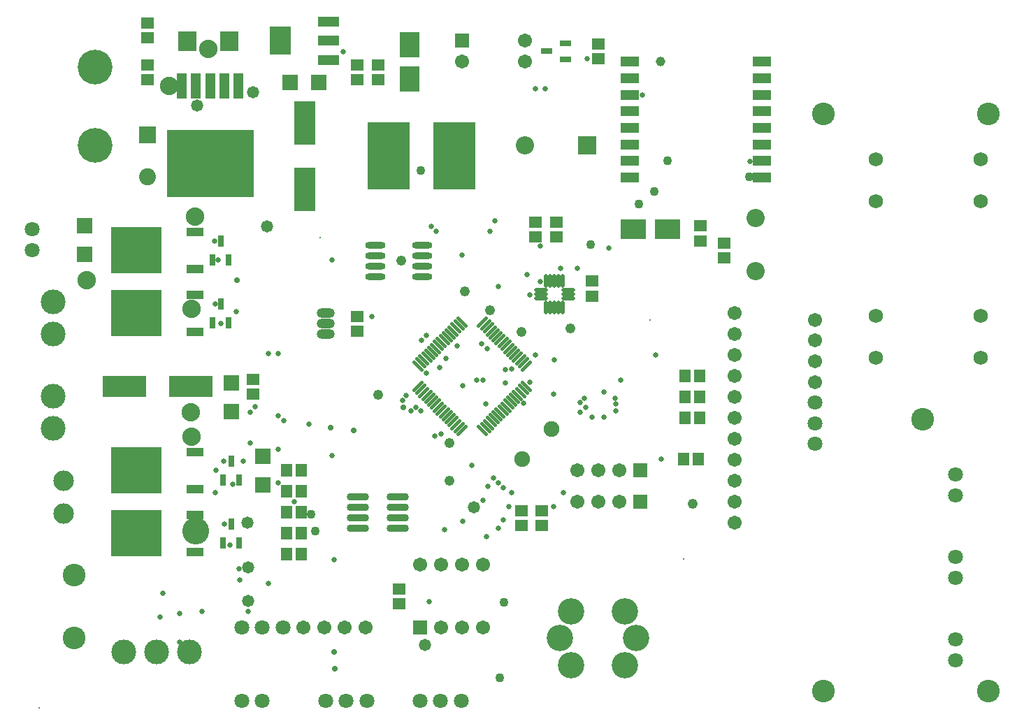
<source format=gts>
%FSLAX25Y25*%
%MOIN*%
G70*
G01*
G75*
G04 Layer_Color=8388736*
%ADD10R,0.07874X0.03937*%
%ADD11R,0.04724X0.05512*%
G04:AMPARAMS|DCode=12|XSize=9.84mil|YSize=61.02mil|CornerRadius=0mil|HoleSize=0mil|Usage=FLASHONLY|Rotation=225.000|XOffset=0mil|YOffset=0mil|HoleType=Round|Shape=Round|*
%AMOVALD12*
21,1,0.05118,0.00984,0.00000,0.00000,315.0*
1,1,0.00984,-0.01810,0.01810*
1,1,0.00984,0.01810,-0.01810*
%
%ADD12OVALD12*%

G04:AMPARAMS|DCode=13|XSize=9.84mil|YSize=61.02mil|CornerRadius=0mil|HoleSize=0mil|Usage=FLASHONLY|Rotation=135.000|XOffset=0mil|YOffset=0mil|HoleType=Round|Shape=Round|*
%AMOVALD13*
21,1,0.05118,0.00984,0.00000,0.00000,225.0*
1,1,0.00984,0.01810,0.01810*
1,1,0.00984,-0.01810,-0.01810*
%
%ADD13OVALD13*%

%ADD14R,0.09449X0.03937*%
%ADD15R,0.09449X0.12992*%
%ADD16R,0.07087X0.03543*%
%ADD17R,0.23228X0.21654*%
%ADD18R,0.06693X0.06693*%
%ADD19R,0.20276X0.09252*%
%ADD20R,0.07992X0.08976*%
G04:AMPARAMS|DCode=21|XSize=11.81mil|YSize=59.06mil|CornerRadius=2.95mil|HoleSize=0mil|Usage=FLASHONLY|Rotation=0.000|XOffset=0mil|YOffset=0mil|HoleType=Round|Shape=RoundedRectangle|*
%AMROUNDEDRECTD21*
21,1,0.01181,0.05315,0,0,0.0*
21,1,0.00591,0.05906,0,0,0.0*
1,1,0.00591,0.00295,-0.02658*
1,1,0.00591,-0.00295,-0.02658*
1,1,0.00591,-0.00295,0.02658*
1,1,0.00591,0.00295,0.02658*
%
%ADD21ROUNDEDRECTD21*%
G04:AMPARAMS|DCode=22|XSize=11.81mil|YSize=59.06mil|CornerRadius=2.95mil|HoleSize=0mil|Usage=FLASHONLY|Rotation=90.000|XOffset=0mil|YOffset=0mil|HoleType=Round|Shape=RoundedRectangle|*
%AMROUNDEDRECTD22*
21,1,0.01181,0.05315,0,0,90.0*
21,1,0.00591,0.05906,0,0,90.0*
1,1,0.00591,0.02658,0.00295*
1,1,0.00591,0.02658,-0.00295*
1,1,0.00591,-0.02658,-0.00295*
1,1,0.00591,-0.02658,0.00295*
%
%ADD22ROUNDEDRECTD22*%
%ADD23R,0.03937X0.11417*%
%ADD24R,0.40945X0.31496*%
%ADD25R,0.05512X0.04724*%
%ADD26O,0.09843X0.02756*%
%ADD27O,0.08858X0.02362*%
%ADD28R,0.02362X0.04528*%
%ADD29R,0.08465X0.11221*%
%ADD30R,0.04528X0.02362*%
%ADD31R,0.06693X0.06693*%
%ADD32R,0.09252X0.20276*%
%ADD33R,0.11221X0.08465*%
%ADD34R,0.19685X0.31496*%
%ADD35C,0.02000*%
%ADD36C,0.02500*%
%ADD37C,0.01000*%
%ADD38C,0.01500*%
%ADD39C,0.10000*%
%ADD40C,0.05000*%
%ADD41C,0.06299*%
%ADD42C,0.05906*%
%ADD43C,0.06000*%
%ADD44C,0.10000*%
%ADD45C,0.06693*%
%ADD46C,0.09000*%
%ADD47C,0.11000*%
%ADD48C,0.15748*%
%ADD49C,0.11811*%
%ADD50R,0.05906X0.05906*%
%ADD51C,0.07874*%
%ADD52R,0.05906X0.05906*%
%ADD53O,0.07874X0.03937*%
%ADD54O,0.07874X0.03937*%
%ADD55R,0.07874X0.07874*%
%ADD56R,0.07284X0.07284*%
%ADD57C,0.07284*%
%ADD58C,0.00100*%
%ADD59C,0.05000*%
%ADD60C,0.01800*%
%ADD61C,0.02000*%
%ADD62C,0.08000*%
%ADD63C,0.03800*%
%ADD64C,0.03500*%
%ADD65C,0.04000*%
%ADD66C,0.12000*%
%ADD67C,0.00500*%
%ADD68C,0.00984*%
%ADD69C,0.02362*%
%ADD70C,0.00787*%
%ADD71C,0.00800*%
%ADD72R,0.08674X0.04737*%
%ADD73R,0.05524X0.06312*%
G04:AMPARAMS|DCode=74|XSize=17.84mil|YSize=69.02mil|CornerRadius=0mil|HoleSize=0mil|Usage=FLASHONLY|Rotation=225.000|XOffset=0mil|YOffset=0mil|HoleType=Round|Shape=Round|*
%AMOVALD74*
21,1,0.05118,0.01784,0.00000,0.00000,315.0*
1,1,0.01784,-0.01810,0.01810*
1,1,0.01784,0.01810,-0.01810*
%
%ADD74OVALD74*%

G04:AMPARAMS|DCode=75|XSize=17.84mil|YSize=69.02mil|CornerRadius=0mil|HoleSize=0mil|Usage=FLASHONLY|Rotation=135.000|XOffset=0mil|YOffset=0mil|HoleType=Round|Shape=Round|*
%AMOVALD75*
21,1,0.05118,0.01784,0.00000,0.00000,225.0*
1,1,0.01784,0.01810,0.01810*
1,1,0.01784,-0.01810,-0.01810*
%
%ADD75OVALD75*%

%ADD76R,0.10249X0.04737*%
%ADD77R,0.10249X0.13792*%
%ADD78R,0.07887X0.04343*%
%ADD79R,0.24028X0.22453*%
%ADD80R,0.07493X0.07493*%
%ADD81R,0.21076X0.10052*%
%ADD82R,0.08792X0.09776*%
G04:AMPARAMS|DCode=83|XSize=19.81mil|YSize=67.06mil|CornerRadius=6.95mil|HoleSize=0mil|Usage=FLASHONLY|Rotation=0.000|XOffset=0mil|YOffset=0mil|HoleType=Round|Shape=RoundedRectangle|*
%AMROUNDEDRECTD83*
21,1,0.01981,0.05315,0,0,0.0*
21,1,0.00591,0.06706,0,0,0.0*
1,1,0.01391,0.00295,-0.02658*
1,1,0.01391,-0.00295,-0.02658*
1,1,0.01391,-0.00295,0.02658*
1,1,0.01391,0.00295,0.02658*
%
%ADD83ROUNDEDRECTD83*%
G04:AMPARAMS|DCode=84|XSize=19.81mil|YSize=67.06mil|CornerRadius=6.95mil|HoleSize=0mil|Usage=FLASHONLY|Rotation=90.000|XOffset=0mil|YOffset=0mil|HoleType=Round|Shape=RoundedRectangle|*
%AMROUNDEDRECTD84*
21,1,0.01981,0.05315,0,0,90.0*
21,1,0.00591,0.06706,0,0,90.0*
1,1,0.01391,0.02658,0.00295*
1,1,0.01391,0.02658,-0.00295*
1,1,0.01391,-0.02658,-0.00295*
1,1,0.01391,-0.02658,0.00295*
%
%ADD84ROUNDEDRECTD84*%
%ADD85R,0.04737X0.12217*%
%ADD86R,0.41745X0.32296*%
%ADD87R,0.06312X0.05524*%
%ADD88O,0.10642X0.03556*%
%ADD89O,0.09658X0.03162*%
%ADD90R,0.03162X0.05328*%
%ADD91R,0.09265X0.12020*%
%ADD92R,0.05328X0.03162*%
%ADD93R,0.07493X0.07493*%
%ADD94R,0.10052X0.21076*%
%ADD95R,0.12020X0.09265*%
%ADD96R,0.20485X0.32296*%
%ADD97C,0.07099*%
%ADD98C,0.06706*%
%ADD99C,0.06800*%
%ADD100C,0.10800*%
%ADD101C,0.07493*%
%ADD102C,0.09800*%
%ADD103C,0.11800*%
%ADD104C,0.16548*%
%ADD105C,0.12611*%
%ADD106R,0.06706X0.06706*%
%ADD107C,0.08674*%
%ADD108R,0.06706X0.06706*%
%ADD109O,0.08674X0.04737*%
%ADD110O,0.08674X0.04737*%
%ADD111R,0.08674X0.08674*%
%ADD112R,0.08083X0.08083*%
%ADD113C,0.08083*%
%ADD114C,0.00900*%
%ADD115C,0.00800*%
%ADD116C,0.05800*%
%ADD117C,0.02600*%
%ADD118C,0.02800*%
%ADD119C,0.08800*%
%ADD120C,0.04600*%
%ADD121C,0.04300*%
%ADD122C,0.04800*%
%ADD123C,0.12800*%
D72*
X305000Y320000D02*
D03*
Y312126D02*
D03*
Y304252D02*
D03*
Y296378D02*
D03*
Y288504D02*
D03*
Y280630D02*
D03*
Y272756D02*
D03*
Y264882D02*
D03*
X367992D02*
D03*
Y272756D02*
D03*
Y280630D02*
D03*
Y288504D02*
D03*
Y296378D02*
D03*
Y304252D02*
D03*
Y312126D02*
D03*
Y320000D02*
D03*
D73*
X338543Y170000D02*
D03*
X331457D02*
D03*
X338543Y160000D02*
D03*
X331457D02*
D03*
X337943Y130400D02*
D03*
X330857D02*
D03*
X338543Y150000D02*
D03*
X331457D02*
D03*
X141457Y85000D02*
D03*
X148543D02*
D03*
X148543Y95000D02*
D03*
X141457D02*
D03*
X148543Y105000D02*
D03*
X141457D02*
D03*
X141457Y115000D02*
D03*
X148543D02*
D03*
X148543Y125000D02*
D03*
X141457D02*
D03*
D74*
X234941Y144179D02*
D03*
X236333Y145571D02*
D03*
X237725Y146963D02*
D03*
X239117Y148355D02*
D03*
X240509Y149747D02*
D03*
X241901Y151139D02*
D03*
X243293Y152531D02*
D03*
X244685Y153923D02*
D03*
X246077Y155315D02*
D03*
X247469Y156707D02*
D03*
X248861Y158099D02*
D03*
X250253Y159491D02*
D03*
X251645Y160883D02*
D03*
X253037Y162275D02*
D03*
X254429Y163667D02*
D03*
X255820Y165059D02*
D03*
X225059Y195820D02*
D03*
X223667Y194429D02*
D03*
X222275Y193037D02*
D03*
X220883Y191645D02*
D03*
X219491Y190253D02*
D03*
X218099Y188861D02*
D03*
X216707Y187469D02*
D03*
X215315Y186077D02*
D03*
X213923Y184685D02*
D03*
X212531Y183293D02*
D03*
X211139Y181901D02*
D03*
X209747Y180509D02*
D03*
X208355Y179117D02*
D03*
X206963Y177725D02*
D03*
X205571Y176333D02*
D03*
X204180Y174941D02*
D03*
D75*
X255820D02*
D03*
X254429Y176333D02*
D03*
X253037Y177725D02*
D03*
X251645Y179117D02*
D03*
X250253Y180509D02*
D03*
X248861Y181901D02*
D03*
X247469Y183293D02*
D03*
X246077Y184685D02*
D03*
X244685Y186077D02*
D03*
X243293Y187469D02*
D03*
X241901Y188861D02*
D03*
X240509Y190253D02*
D03*
X239117Y191645D02*
D03*
X237725Y193037D02*
D03*
X236333Y194429D02*
D03*
X234941Y195820D02*
D03*
X204180Y165059D02*
D03*
X205571Y163667D02*
D03*
X206963Y162275D02*
D03*
X208355Y160883D02*
D03*
X209747Y159491D02*
D03*
X211139Y158099D02*
D03*
X212531Y156707D02*
D03*
X213923Y155315D02*
D03*
X215315Y153923D02*
D03*
X216707Y152531D02*
D03*
X218099Y151139D02*
D03*
X219491Y149747D02*
D03*
X220883Y148355D02*
D03*
X222275Y146963D02*
D03*
X223667Y145571D02*
D03*
X225059Y144179D02*
D03*
D76*
X161417Y320945D02*
D03*
Y330000D02*
D03*
Y339055D02*
D03*
D77*
X138583Y330000D02*
D03*
D78*
X97913Y86024D02*
D03*
Y103976D02*
D03*
Y116024D02*
D03*
Y133976D02*
D03*
Y221024D02*
D03*
Y238976D02*
D03*
Y191024D02*
D03*
Y208976D02*
D03*
D79*
X69961Y95000D02*
D03*
Y125000D02*
D03*
Y230000D02*
D03*
Y200000D02*
D03*
D80*
X45000Y241850D02*
D03*
Y228150D02*
D03*
X130000Y131850D02*
D03*
Y118150D02*
D03*
X115000Y153150D02*
D03*
Y166850D02*
D03*
D81*
X64252Y165000D02*
D03*
X95748D02*
D03*
D82*
X114094Y329921D02*
D03*
X94095D02*
D03*
D83*
X265158Y202795D02*
D03*
X273031D02*
D03*
X271063D02*
D03*
X269094D02*
D03*
X267126D02*
D03*
X273031Y215394D02*
D03*
X271063D02*
D03*
X269094D02*
D03*
X265158D02*
D03*
X267126D02*
D03*
D84*
X275787Y207126D02*
D03*
Y211063D02*
D03*
Y209095D02*
D03*
X262795Y207126D02*
D03*
Y209095D02*
D03*
Y211063D02*
D03*
D85*
X118386Y308425D02*
D03*
X111693D02*
D03*
X105000D02*
D03*
X98307D02*
D03*
X91614D02*
D03*
D86*
X105000Y271614D02*
D03*
D87*
X263200Y105943D02*
D03*
Y98857D02*
D03*
X253600Y105943D02*
D03*
Y98857D02*
D03*
X350000Y226457D02*
D03*
Y233543D02*
D03*
X195000Y68543D02*
D03*
Y61457D02*
D03*
X338976Y241732D02*
D03*
Y234646D02*
D03*
X175000Y191457D02*
D03*
Y198543D02*
D03*
X287008Y208268D02*
D03*
Y215354D02*
D03*
X185000Y318543D02*
D03*
Y311457D02*
D03*
X260000Y236457D02*
D03*
Y243543D02*
D03*
X270000Y236457D02*
D03*
Y243543D02*
D03*
X290000Y328543D02*
D03*
Y321457D02*
D03*
X75000Y318543D02*
D03*
Y311457D02*
D03*
X175000Y311457D02*
D03*
Y318543D02*
D03*
X75000Y331457D02*
D03*
Y338543D02*
D03*
X125591Y161417D02*
D03*
Y168504D02*
D03*
D88*
X175354Y112500D02*
D03*
Y107500D02*
D03*
Y102500D02*
D03*
Y97500D02*
D03*
X194646Y112500D02*
D03*
Y107500D02*
D03*
Y102500D02*
D03*
Y97500D02*
D03*
D89*
X183780Y232500D02*
D03*
Y227500D02*
D03*
Y222500D02*
D03*
Y217500D02*
D03*
X206221Y232500D02*
D03*
Y227500D02*
D03*
Y222500D02*
D03*
Y217500D02*
D03*
D90*
X111260Y120571D02*
D03*
X118740D02*
D03*
X115000Y129429D02*
D03*
X106260Y225571D02*
D03*
X113740D02*
D03*
X110000Y234429D02*
D03*
X111260Y90571D02*
D03*
X118740D02*
D03*
X115000Y99429D02*
D03*
X106260Y195571D02*
D03*
X113740D02*
D03*
X110000Y204429D02*
D03*
D91*
X200000Y311732D02*
D03*
Y328268D02*
D03*
D92*
X274429Y321260D02*
D03*
Y328740D02*
D03*
X265571Y325000D02*
D03*
D93*
X143150Y310000D02*
D03*
X156850D02*
D03*
D94*
X150000Y259252D02*
D03*
Y290748D02*
D03*
D95*
X306732Y240000D02*
D03*
X323268D02*
D03*
D96*
X190000Y275000D02*
D03*
X221496D02*
D03*
D97*
X460567Y34370D02*
D03*
Y44370D02*
D03*
X460567Y73740D02*
D03*
Y83740D02*
D03*
Y113110D02*
D03*
Y123110D02*
D03*
X393638Y157480D02*
D03*
Y147638D02*
D03*
Y137795D02*
D03*
X20000Y230157D02*
D03*
Y240000D02*
D03*
X129842Y15000D02*
D03*
X120000D02*
D03*
X179685D02*
D03*
X169843D02*
D03*
X160000D02*
D03*
X139685Y50000D02*
D03*
X129842D02*
D03*
X120000D02*
D03*
X224685Y15000D02*
D03*
X214843D02*
D03*
X205000D02*
D03*
D98*
X393638Y167323D02*
D03*
Y177165D02*
D03*
Y187008D02*
D03*
Y196850D02*
D03*
X280000Y125000D02*
D03*
X290000D02*
D03*
X300000D02*
D03*
X280000Y110000D02*
D03*
X290000D02*
D03*
X300000D02*
D03*
X215000Y50000D02*
D03*
X225000D02*
D03*
X235000D02*
D03*
X205000Y80000D02*
D03*
X215000D02*
D03*
X225000D02*
D03*
X235000D02*
D03*
X355000Y100000D02*
D03*
Y110000D02*
D03*
Y120000D02*
D03*
Y130000D02*
D03*
Y150000D02*
D03*
Y160000D02*
D03*
Y140000D02*
D03*
Y170000D02*
D03*
Y180000D02*
D03*
Y190000D02*
D03*
Y200000D02*
D03*
X149528Y50000D02*
D03*
X159370D02*
D03*
X169213D02*
D03*
X179055D02*
D03*
X255000Y320000D02*
D03*
Y330000D02*
D03*
X225000Y320000D02*
D03*
D99*
X472378Y198661D02*
D03*
X422378Y178661D02*
D03*
Y198661D02*
D03*
X472378Y178661D02*
D03*
Y273465D02*
D03*
X422378Y253465D02*
D03*
Y273465D02*
D03*
X472378Y253465D02*
D03*
D100*
X397575Y295276D02*
D03*
Y19685D02*
D03*
X444819Y149606D02*
D03*
X476315Y19685D02*
D03*
Y295276D02*
D03*
X40000Y45000D02*
D03*
Y75000D02*
D03*
D101*
X253729Y130529D02*
D03*
X267871Y144671D02*
D03*
D102*
X35000Y120000D02*
D03*
Y104409D02*
D03*
D103*
X30000Y160591D02*
D03*
Y145000D02*
D03*
X95000Y38543D02*
D03*
X79409D02*
D03*
X63819D02*
D03*
X30000Y205591D02*
D03*
Y190000D02*
D03*
D104*
X50000Y317402D02*
D03*
Y280000D02*
D03*
D105*
X277055Y32055D02*
D03*
X302945Y57945D02*
D03*
X277055D02*
D03*
X271693Y45000D02*
D03*
X302945Y32055D02*
D03*
X308307Y45000D02*
D03*
D106*
X310000Y125000D02*
D03*
Y110000D02*
D03*
X225000Y330000D02*
D03*
D107*
X365000Y245590D02*
D03*
Y220000D02*
D03*
X255039Y280000D02*
D03*
D108*
X205000Y50000D02*
D03*
D109*
X160000Y200000D02*
D03*
Y190000D02*
D03*
D110*
Y195000D02*
D03*
D111*
X284961Y280000D02*
D03*
D112*
X75000Y285000D02*
D03*
D113*
Y265000D02*
D03*
D114*
X157480Y236221D02*
D03*
X314961Y196850D02*
D03*
X330709Y82677D02*
D03*
D115*
X23622Y11811D02*
D03*
D116*
X123063Y62800D02*
D03*
X125591Y305512D02*
D03*
X98819Y299213D02*
D03*
X132087Y241339D02*
D03*
X230709Y107480D02*
D03*
X122778Y100315D02*
D03*
X207480Y41732D02*
D03*
X123228Y78740D02*
D03*
D117*
X82400Y66400D02*
D03*
X132800Y71200D02*
D03*
X107229Y234429D02*
D03*
X107571Y204429D02*
D03*
X114400Y89600D02*
D03*
X111771Y99429D02*
D03*
X111371Y129429D02*
D03*
X284657Y321457D02*
D03*
X225600Y165600D02*
D03*
X273600Y114400D02*
D03*
X248800D02*
D03*
X237600Y117600D02*
D03*
X232000Y168000D02*
D03*
X295200Y231200D02*
D03*
X292800Y162400D02*
D03*
Y150400D02*
D03*
X287200D02*
D03*
X281600Y152800D02*
D03*
X244800Y116800D02*
D03*
Y101600D02*
D03*
X225600Y100800D02*
D03*
X242400Y119200D02*
D03*
Y97600D02*
D03*
X216800Y96800D02*
D03*
X209600Y62400D02*
D03*
X236800Y93600D02*
D03*
X240000Y121600D02*
D03*
X317600Y180000D02*
D03*
X298400Y153600D02*
D03*
X284000Y155200D02*
D03*
X298400Y156800D02*
D03*
X281600Y157600D02*
D03*
X298000Y159600D02*
D03*
X283600D02*
D03*
X257600Y167200D02*
D03*
X268800Y161600D02*
D03*
X137600Y119200D02*
D03*
Y135200D02*
D03*
X215200Y142400D02*
D03*
X260000Y307200D02*
D03*
X264800D02*
D03*
X260000Y180000D02*
D03*
X320000Y130400D02*
D03*
X242519Y212681D02*
D03*
X262400Y232000D02*
D03*
X196800Y158400D02*
D03*
X222892Y184493D02*
D03*
X198400Y160800D02*
D03*
X217600Y178400D02*
D03*
X238400Y239200D02*
D03*
X212800D02*
D03*
X208000Y189600D02*
D03*
X240800Y244000D02*
D03*
X210400Y241600D02*
D03*
X205840Y187200D02*
D03*
X132800Y180800D02*
D03*
X137600D02*
D03*
X300800Y168000D02*
D03*
X212000Y141600D02*
D03*
X205600Y153600D02*
D03*
X200800D02*
D03*
X203200Y155200D02*
D03*
X137600Y151200D02*
D03*
X152000Y147200D02*
D03*
X140000Y148800D02*
D03*
X311102Y304252D02*
D03*
X126378Y155512D02*
D03*
X117587Y200787D02*
D03*
X120895Y129600D02*
D03*
X124016Y152756D02*
D03*
Y138189D02*
D03*
X123228Y57874D02*
D03*
X101181D02*
D03*
X107677Y125000D02*
D03*
X107480Y114567D02*
D03*
X168504Y324803D02*
D03*
X115748Y118652D02*
D03*
X90400Y56844D02*
D03*
X90551Y43307D02*
D03*
X225000Y227756D02*
D03*
X245669Y173228D02*
D03*
Y166929D02*
D03*
X236614Y156693D02*
D03*
X214567Y174016D02*
D03*
X208268Y171653D02*
D03*
X182165Y198543D02*
D03*
X229921Y127559D02*
D03*
X235000Y110669D02*
D03*
X247638Y107874D02*
D03*
X268898D02*
D03*
X269291Y177953D02*
D03*
X108829Y225571D02*
D03*
X272000Y221600D02*
D03*
X280000D02*
D03*
X257600Y208800D02*
D03*
X254398Y157200D02*
D03*
X248800Y173600D02*
D03*
X262400Y215200D02*
D03*
X256000Y218400D02*
D03*
X362400Y272441D02*
D03*
X163200Y132000D02*
D03*
X118740Y78060D02*
D03*
X119200Y72800D02*
D03*
X164000Y82400D02*
D03*
X163200Y225600D02*
D03*
X145000Y110000D02*
D03*
X110000Y195000D02*
D03*
X234414Y185414D02*
D03*
X237000Y183000D02*
D03*
X81000Y55000D02*
D03*
X235000Y168000D02*
D03*
D118*
X197105Y155200D02*
D03*
X173600Y144000D02*
D03*
X162400Y145600D02*
D03*
X117717Y215883D02*
D03*
X164000Y38400D02*
D03*
X164500Y30500D02*
D03*
D119*
X95787Y152756D02*
D03*
X46063Y215748D02*
D03*
X96000Y141000D02*
D03*
Y202000D02*
D03*
X97913Y246087D02*
D03*
X85425Y308425D02*
D03*
X104000Y326000D02*
D03*
D120*
X319764Y320000D02*
D03*
D121*
X316929Y258268D02*
D03*
X309600Y252000D02*
D03*
X323200Y272800D02*
D03*
X362200Y265000D02*
D03*
X286400Y232800D02*
D03*
X205600Y268000D02*
D03*
X243000Y26000D02*
D03*
X153000Y104000D02*
D03*
X155000Y96000D02*
D03*
X245000Y62000D02*
D03*
D122*
X196000Y225000D02*
D03*
X185000Y161000D02*
D03*
X219000Y138000D02*
D03*
Y120000D02*
D03*
X276800Y192800D02*
D03*
X253600Y191200D02*
D03*
X238400Y201600D02*
D03*
X226400Y210400D02*
D03*
X335000Y109000D02*
D03*
D123*
X98000Y96000D02*
D03*
M02*

</source>
